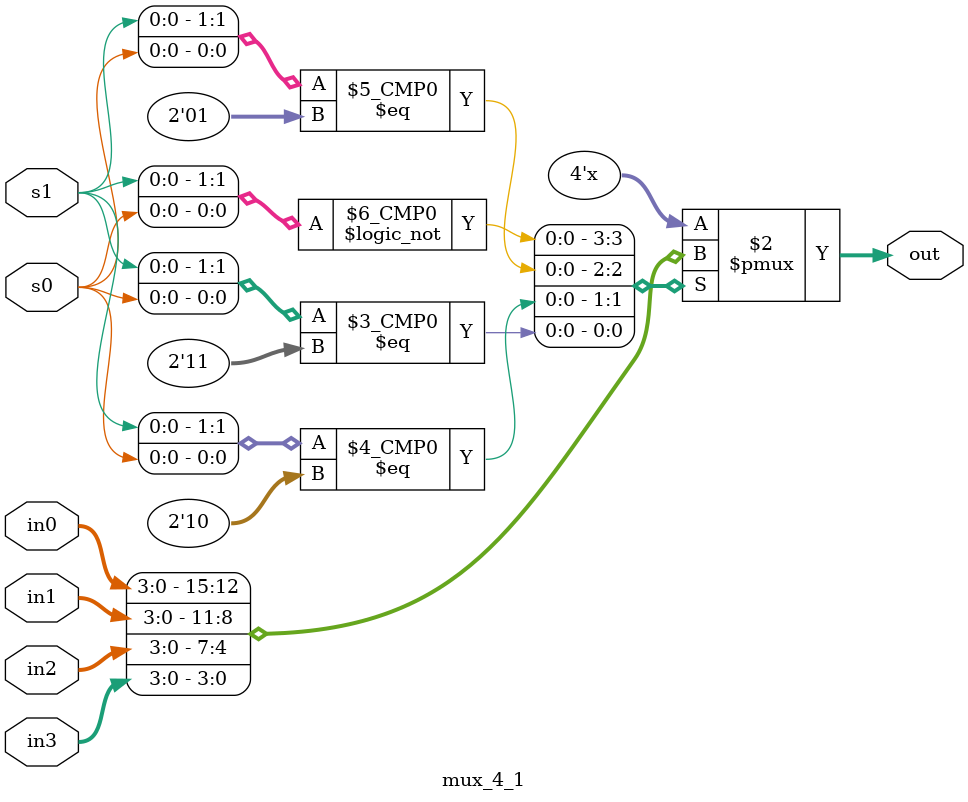
<source format=v>

module mux_4_1 #(parameter W=4) (s0,s1,in0,in1,in2,in3,out);
	
	//select
	input s0,s1;
	
	//input and output size is dependent on parameter W
	input [W-1:0] in0,in1,in2,in3;
	output reg [W-1:0] out;
	
	//if anything changes
	always @ (*) 
	begin
		case({s1,s0})					//consider s1 and s0 select inputs to choose output
			2'b00: out = in0;
			2'b01: out = in1;
			2'b10: out = in2;
			2'b11: out = in3;
			default: out = 0;
		endcase
	end

endmodule

</source>
